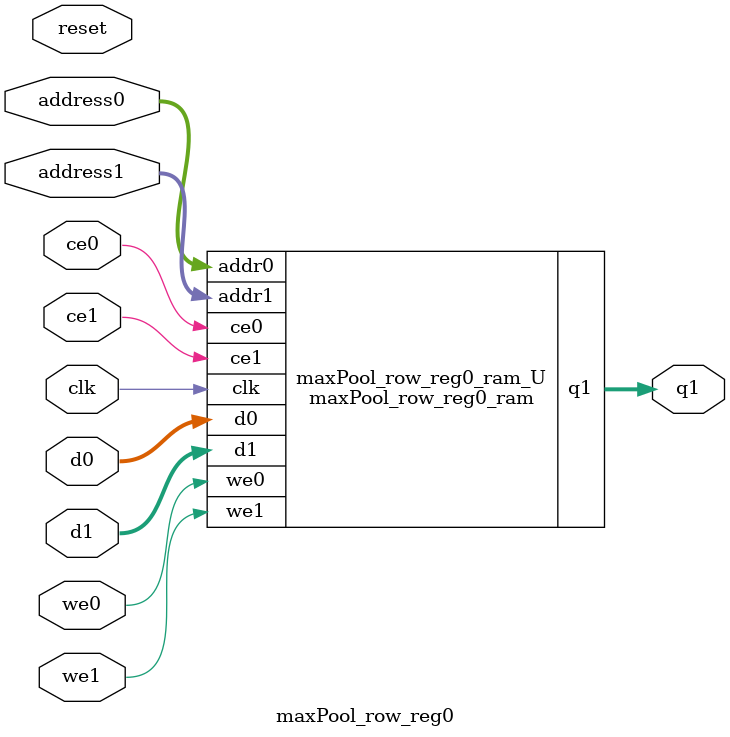
<source format=v>
`timescale 1 ns / 1 ps
module maxPool_row_reg0_ram (addr0, ce0, d0, we0, addr1, ce1, d1, we1, q1,  clk);

parameter DWIDTH = 8;
parameter AWIDTH = 3;
parameter MEM_SIZE = 8;

input[AWIDTH-1:0] addr0;
input ce0;
input[DWIDTH-1:0] d0;
input we0;
input[AWIDTH-1:0] addr1;
input ce1;
input[DWIDTH-1:0] d1;
input we1;
output reg[DWIDTH-1:0] q1;
input clk;

reg [DWIDTH-1:0] ram[0:MEM_SIZE-1];




always @(posedge clk)  
begin 
    if (ce0) begin
        if (we0) 
            ram[addr0] <= d0; 
    end
end


always @(posedge clk)  
begin 
    if (ce1) begin
        if (we1) 
            ram[addr1] <= d1; 
        q1 <= ram[addr1];
    end
end


endmodule

`timescale 1 ns / 1 ps
module maxPool_row_reg0(
    reset,
    clk,
    address0,
    ce0,
    we0,
    d0,
    address1,
    ce1,
    we1,
    d1,
    q1);

parameter DataWidth = 32'd8;
parameter AddressRange = 32'd8;
parameter AddressWidth = 32'd3;
input reset;
input clk;
input[AddressWidth - 1:0] address0;
input ce0;
input we0;
input[DataWidth - 1:0] d0;
input[AddressWidth - 1:0] address1;
input ce1;
input we1;
input[DataWidth - 1:0] d1;
output[DataWidth - 1:0] q1;



maxPool_row_reg0_ram maxPool_row_reg0_ram_U(
    .clk( clk ),
    .addr0( address0 ),
    .ce0( ce0 ),
    .we0( we0 ),
    .d0( d0 ),
    .addr1( address1 ),
    .ce1( ce1 ),
    .we1( we1 ),
    .d1( d1 ),
    .q1( q1 ));

endmodule


</source>
